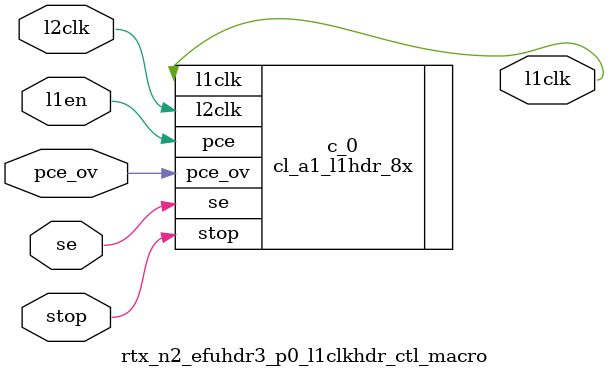
<source format=v>






module rtx_n2_efuhdr3_p0_l1clkhdr_ctl_macro (
  l2clk, 
  l1en, 
  pce_ov, 
  stop, 
  se, 
  l1clk);


  input l2clk;
  input l1en;
  input pce_ov;
  input stop;
  input se;
  output l1clk;



 

cl_a1_l1hdr_8x c_0 (


   .l2clk(l2clk),
   .pce(l1en),
   .l1clk(l1clk),
  .se(se),
  .pce_ov(pce_ov),
  .stop(stop)
);



endmodule









</source>
